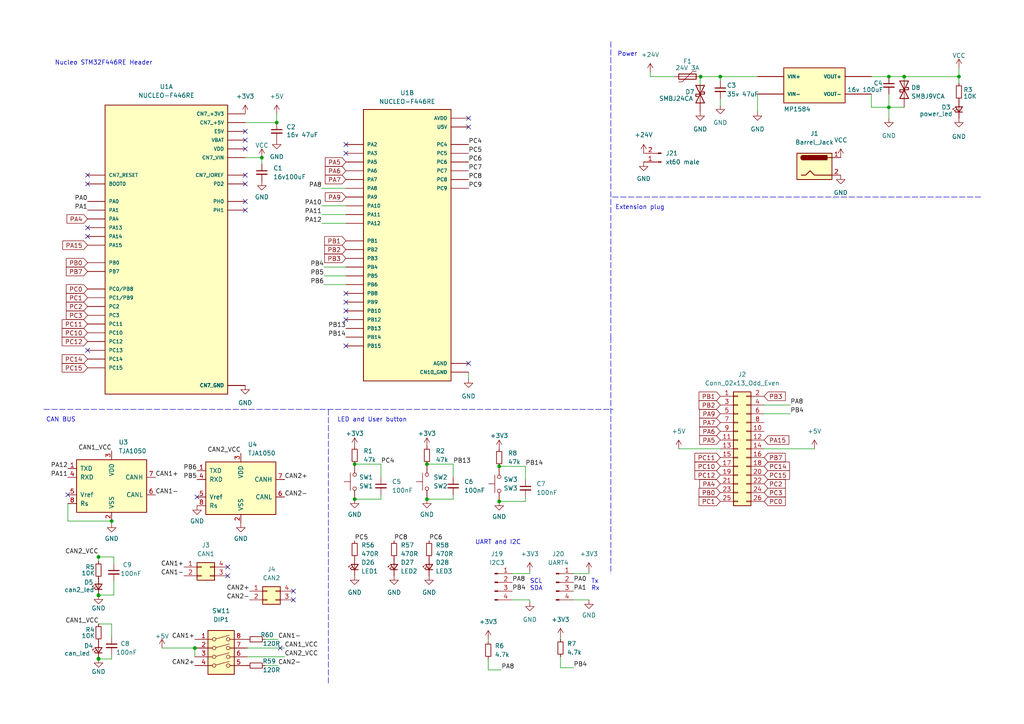
<source format=kicad_sch>
(kicad_sch (version 20211123) (generator eeschema)
  (paper "A4")
  (lib_symbols
    (symbol "Connector:Barrel_Jack" (pin_names (offset 1.016))
      (property "Reference" "J" (at 0 5.334 0))
      (property "Value" "Barrel_Jack" (at 0 -5.08 0))
      (symbol "Barrel_Jack_1_1"
        (pin passive line (at 7.62 2.54 180) (length 2.54) (name "~") (number "1"))
        (pin passive line (at 7.62 -2.54 180) (length 2.54) (name "~") (number "2"))
      )
    )
    (symbol "Connector:Conn_01x02_Male" (pin_names (offset 1.016) hide)
      (property "Reference" "J" (at 0 2.54 0))
      (property "Value" "Conn_01x02_Male" (at 0 -5.08 0))
      (symbol "Conn_01x02_Male_1_1"
        (pin passive line (at 5.08 0 180) (length 3.81) (name "Pin_1") (number "1"))
        (pin passive line (at 5.08 -2.54 180) (length 3.81) (name "Pin_2") (number "2"))
      )
    )
    (symbol "Connector:Conn_01x04_Male" (pin_names (offset 1.016) hide)
      (property "Reference" "J" (at 0 5.08 0))
      (property "Value" "Conn_01x04_Male" (at 0 -7.62 0))
      (symbol "Conn_01x04_Male_1_1"
        (pin passive line (at 5.08 2.54 180) (length 3.81) (name "Pin_1") (number "1"))
        (pin passive line (at 5.08 0 180) (length 3.81) (name "Pin_2") (number "2"))
        (pin passive line (at 5.08 -2.54 180) (length 3.81) (name "Pin_3") (number "3"))
        (pin passive line (at 5.08 -5.08 180) (length 3.81) (name "Pin_4") (number "4"))
      )
    )
    (symbol "Connector_Generic:Conn_02x02_Counter_Clockwise" (pin_names (offset 1.016) hide)
      (property "Reference" "J" (at 1.27 2.54 0))
      (property "Value" "Conn_02x02_Counter_Clockwise" (at 1.27 -5.08 0))
      (symbol "Conn_02x02_Counter_Clockwise_1_1"
        (pin passive line (at -5.08 0 0) (length 3.81) (name "Pin_1") (number "1"))
        (pin passive line (at -5.08 -2.54 0) (length 3.81) (name "Pin_2") (number "2"))
        (pin passive line (at 7.62 -2.54 180) (length 3.81) (name "Pin_3") (number "3"))
        (pin passive line (at 7.62 0 180) (length 3.81) (name "Pin_4") (number "4"))
      )
    )
    (symbol "Connector_Generic:Conn_02x13_Odd_Even" (pin_names (offset 1.016) hide)
      (property "Reference" "J" (at 1.27 17.78 0))
      (property "Value" "Conn_02x13_Odd_Even" (at 1.27 -17.78 0))
      (symbol "Conn_02x13_Odd_Even_1_1"
        (pin passive line (at -5.08 15.24 0) (length 3.81) (name "Pin_1") (number "1"))
        (pin passive line (at 7.62 5.08 180) (length 3.81) (name "Pin_10") (number "10"))
        (pin passive line (at -5.08 2.54 0) (length 3.81) (name "Pin_11") (number "11"))
        (pin passive line (at 7.62 2.54 180) (length 3.81) (name "Pin_12") (number "12"))
        (pin passive line (at -5.08 0 0) (length 3.81) (name "Pin_13") (number "13"))
        (pin passive line (at 7.62 0 180) (length 3.81) (name "Pin_14") (number "14"))
        (pin passive line (at -5.08 -2.54 0) (length 3.81) (name "Pin_15") (number "15"))
        (pin passive line (at 7.62 -2.54 180) (length 3.81) (name "Pin_16") (number "16"))
        (pin passive line (at -5.08 -5.08 0) (length 3.81) (name "Pin_17") (number "17"))
        (pin passive line (at 7.62 -5.08 180) (length 3.81) (name "Pin_18") (number "18"))
        (pin passive line (at -5.08 -7.62 0) (length 3.81) (name "Pin_19") (number "19"))
        (pin passive line (at 7.62 15.24 180) (length 3.81) (name "Pin_2") (number "2"))
        (pin passive line (at 7.62 -7.62 180) (length 3.81) (name "Pin_20") (number "20"))
        (pin passive line (at -5.08 -10.16 0) (length 3.81) (name "Pin_21") (number "21"))
        (pin passive line (at 7.62 -10.16 180) (length 3.81) (name "Pin_22") (number "22"))
        (pin passive line (at -5.08 -12.7 0) (length 3.81) (name "Pin_23") (number "23"))
        (pin passive line (at 7.62 -12.7 180) (length 3.81) (name "Pin_24") (number "24"))
        (pin passive line (at -5.08 -15.24 0) (length 3.81) (name "Pin_25") (number "25"))
        (pin passive line (at 7.62 -15.24 180) (length 3.81) (name "Pin_26") (number "26"))
        (pin passive line (at -5.08 12.7 0) (length 3.81) (name "Pin_3") (number "3"))
        (pin passive line (at 7.62 12.7 180) (length 3.81) (name "Pin_4") (number "4"))
        (pin passive line (at -5.08 10.16 0) (length 3.81) (name "Pin_5") (number "5"))
        (pin passive line (at 7.62 10.16 180) (length 3.81) (name "Pin_6") (number "6"))
        (pin passive line (at -5.08 7.62 0) (length 3.81) (name "Pin_7") (number "7"))
        (pin passive line (at 7.62 7.62 180) (length 3.81) (name "Pin_8") (number "8"))
        (pin passive line (at -5.08 5.08 0) (length 3.81) (name "Pin_9") (number "9"))
      )
    )
    (symbol "D_Schottky_1" (pin_numbers hide) (pin_names (offset 1.016) hide)
      (property "Reference" "D?" (at 2.54 1.5876 90))
      (property "Value" "SMBJ9VCA" (at 2.54 -0.9524 90))
      (symbol "D_Schottky_1_1_1"
        (pin passive line (at -3.81 0 0) (length 2.54) (name "K") (number "1"))
        (pin passive line (at 3.81 0 180) (length 2.54) (name "A") (number "2"))
      )
    )
    (symbol "D_Schottky_2" (pin_numbers hide) (pin_names (offset 1.016) hide)
      (property "Reference" "D7" (at 2.794 1.5876 90))
      (property "Value" "D_Schottky_2" (at 2.794 -0.9524 90))
      (symbol "D_Schottky_2_1_1"
        (pin passive line (at -3.81 0 0) (length 2.54) (name "K") (number "1"))
        (pin passive line (at 3.81 0 180) (length 2.54) (name "A") (number "2"))
      )
    )
    (symbol "Device:C_Small" (pin_numbers hide) (pin_names (offset 0.254) hide)
      (property "Reference" "C" (at 0.254 1.778 0))
      (property "Value" "C_Small" (at 0.254 -2.032 0))
      (symbol "C_Small_1_1"
        (pin passive line (at 0 2.54 270) (length 2.032) (name "~") (number "1"))
        (pin passive line (at 0 -2.54 90) (length 2.032) (name "~") (number "2"))
      )
    )
    (symbol "Device:LED_Small" (pin_numbers hide) (pin_names (offset 0.254) hide)
      (property "Reference" "D" (at -1.27 3.175 0))
      (property "Value" "LED_Small" (at -4.445 -2.54 0))
      (symbol "LED_Small_1_1"
        (pin passive line (at -2.54 0 0) (length 1.778) (name "K") (number "1"))
        (pin passive line (at 2.54 0 180) (length 1.778) (name "A") (number "2"))
      )
    )
    (symbol "Device:Polyfuse" (pin_numbers hide) (pin_names (offset 0))
      (property "Reference" "F" (at -2.54 0 90))
      (property "Value" "Polyfuse" (at 2.54 0 90))
      (symbol "Polyfuse_1_1"
        (pin passive line (at 0 3.81 270) (length 1.27) (name "~") (number "1"))
        (pin passive line (at 0 -3.81 90) (length 1.27) (name "~") (number "2"))
      )
    )
    (symbol "Device:R_Small" (pin_numbers hide) (pin_names (offset 0.254) hide)
      (property "Reference" "R" (at 0.762 0.508 0))
      (property "Value" "R_Small" (at 0.762 -1.016 0))
      (symbol "R_Small_1_1"
        (pin passive line (at 0 2.54 270) (length 0.762) (name "~") (number "1"))
        (pin passive line (at 0 -2.54 90) (length 0.762) (name "~") (number "2"))
      )
    )
    (symbol "Interface_CAN_LIN:MCP2551-I-SN" (pin_names (offset 1.016))
      (property "Reference" "U" (at -10.16 8.89 0))
      (property "Value" "MCP2551-I-SN" (at 2.54 8.89 0))
      (symbol "MCP2551-I-SN_1_1"
        (pin input line (at -12.7 5.08 0) (length 2.54) (name "TXD") (number "1"))
        (pin power_in line (at 0 -10.16 90) (length 2.54) (name "VSS") (number "2"))
        (pin power_in line (at 0 10.16 270) (length 2.54) (name "VDD") (number "3"))
        (pin output line (at -12.7 2.54 0) (length 2.54) (name "RXD") (number "4"))
        (pin power_out line (at -12.7 -2.54 0) (length 2.54) (name "Vref") (number "5"))
        (pin bidirectional line (at 12.7 -2.54 180) (length 2.54) (name "CANL") (number "6"))
        (pin bidirectional line (at 12.7 2.54 180) (length 2.54) (name "CANH") (number "7"))
        (pin input line (at -12.7 -5.08 0) (length 2.54) (name "Rs") (number "8"))
      )
    )
    (symbol "PolyuRobotics:MP1584" (pin_numbers hide) (pin_names (offset 1.016))
      (symbol "MP1584_0_0"
        (pin input line (at -15.24 2.54 0) (length 7.62) (name "VIN+") (number "IN1+"))
        (pin input line (at -15.24 -2.54 0) (length 7.62) (name "VIN-") (number "IN1-"))
        (pin input line (at -15.24 2.54 0) (length 7.62) (name "VIN+") (number "IN2+"))
        (pin input line (at -15.24 -2.54 0) (length 7.62) (name "VIN-") (number "IN2-"))
        (pin output line (at 17.78 2.54 180) (length 7.62) (name "VOUT+") (number "OUT1+"))
        (pin output line (at 17.78 -2.54 180) (length 7.62) (name "VOUT-") (number "OUT1-"))
        (pin output line (at 17.78 2.54 180) (length 7.62) (name "VOUT+") (number "OUT2+"))
        (pin output line (at 17.78 -2.54 180) (length 7.62) (name "VOUT-") (number "OUT2-"))
      )
    )
    (symbol "PolyuRobotics:NUCLEO-F446RE" (pin_numbers hide) (pin_names (offset 1.016))
      (property "Reference" "U" (at -17.78 41.91 0))
      (property "Value" "NUCLEO-F446RE" (at -17.78 -44.45 0))
      (symbol "NUCLEO-F446RE_1_0"
        (pin bidirectional line (at -22.86 -25.4 0) (length 5.08) (name "PC10") (number "CN7_1"))
        (pin bidirectional line (at 22.86 20.32 180) (length 5.08) (name "CN7_IOREF") (number "CN7_12"))
        (pin bidirectional line (at -22.86 5.08 0) (length 5.08) (name "PA13") (number "CN7_13"))
        (pin bidirectional line (at -22.86 20.32 0) (length 5.08) (name "CN7_RESET") (number "CN7_14"))
        (pin bidirectional line (at -22.86 2.54 0) (length 5.08) (name "PA14") (number "CN7_15"))
        (pin power_in line (at 22.86 38.1 180) (length 5.08) (name "CN7_+3V3") (number "CN7_16"))
        (pin bidirectional line (at -22.86 0 0) (length 5.08) (name "PA15") (number "CN7_17"))
        (pin power_in line (at 22.86 35.56 180) (length 5.08) (name "CN7_+5V") (number "CN7_18"))
        (pin power_in line (at 22.86 -40.64 180) (length 5.08) (name "CN7_GND") (number "CN7_19"))
        (pin bidirectional line (at -22.86 -22.86 0) (length 5.08) (name "PC11") (number "CN7_2"))
        (pin power_in line (at 22.86 -40.64 180) (length 5.08) (name "CN7_GND") (number "CN7_20"))
        (pin bidirectional line (at -22.86 -7.62 0) (length 5.08) (name "PB7") (number "CN7_21"))
        (pin power_in line (at 22.86 -40.64 180) (length 5.08) (name "CN7_GND") (number "CN7_22"))
        (pin bidirectional line (at -22.86 -30.48 0) (length 5.08) (name "PC13") (number "CN7_23"))
        (pin power_in line (at 22.86 25.4 180) (length 5.08) (name "CN7_VIN") (number "CN7_24"))
        (pin bidirectional line (at -22.86 -33.02 0) (length 5.08) (name "PC14") (number "CN7_25"))
        (pin bidirectional line (at -22.86 -35.56 0) (length 5.08) (name "PC15") (number "CN7_27"))
        (pin bidirectional line (at -22.86 12.7 0) (length 5.08) (name "PA0") (number "CN7_28"))
        (pin bidirectional line (at 22.86 12.7 180) (length 5.08) (name "PH0") (number "CN7_29"))
        (pin bidirectional line (at -22.86 -27.94 0) (length 5.08) (name "PC12") (number "CN7_3"))
        (pin bidirectional line (at -22.86 10.16 0) (length 5.08) (name "PA1") (number "CN7_30"))
        (pin bidirectional line (at 22.86 10.16 180) (length 5.08) (name "PH1") (number "CN7_31"))
        (pin bidirectional line (at -22.86 7.62 0) (length 5.08) (name "PA4") (number "CN7_32"))
        (pin power_in line (at 22.86 30.48 180) (length 5.08) (name "VBAT") (number "CN7_33"))
        (pin bidirectional line (at -22.86 -5.08 0) (length 5.08) (name "PB0") (number "CN7_34"))
        (pin bidirectional line (at -22.86 -17.78 0) (length 5.08) (name "PC2") (number "CN7_35"))
        (pin bidirectional line (at -22.86 -15.24 0) (length 5.08) (name "PC1/PB9") (number "CN7_36"))
        (pin bidirectional line (at -22.86 -20.32 0) (length 5.08) (name "PC3") (number "CN7_37"))
        (pin bidirectional line (at -22.86 -12.7 0) (length 5.08) (name "PC0/PB8") (number "CN7_38"))
        (pin bidirectional line (at 22.86 17.78 180) (length 5.08) (name "PD2") (number "CN7_4"))
        (pin power_in line (at 22.86 27.94 180) (length 5.08) (name "VDD") (number "CN7_5"))
        (pin power_in line (at 22.86 33.02 180) (length 5.08) (name "E5V") (number "CN7_6"))
        (pin bidirectional line (at -22.86 17.78 0) (length 5.08) (name "BOOT0") (number "CN7_7"))
        (pin power_in line (at 22.86 -40.64 180) (length 5.08) (name "CN7_GND") (number "CN7_8"))
      )
      (symbol "NUCLEO-F446RE_2_0"
        (pin bidirectional line (at 17.78 15.24 180) (length 5.08) (name "PC9") (number "CN10_1"))
        (pin bidirectional line (at -17.78 22.86 0) (length 5.08) (name "PA5") (number "CN10_11"))
        (pin bidirectional line (at -17.78 5.08 0) (length 5.08) (name "PA12") (number "CN10_12"))
        (pin bidirectional line (at -17.78 20.32 0) (length 5.08) (name "PA6") (number "CN10_13"))
        (pin bidirectional line (at -17.78 7.62 0) (length 5.08) (name "PA11") (number "CN10_14"))
        (pin bidirectional line (at -17.78 17.78 0) (length 5.08) (name "PA7") (number "CN10_15"))
        (pin bidirectional line (at -17.78 -22.86 0) (length 5.08) (name "PB12") (number "CN10_16"))
        (pin bidirectional line (at -17.78 -12.7 0) (length 5.08) (name "PB6") (number "CN10_17"))
        (pin bidirectional line (at 17.78 20.32 180) (length 5.08) (name "PC7") (number "CN10_19"))
        (pin bidirectional line (at 17.78 17.78 180) (length 5.08) (name "PC8") (number "CN10_2"))
        (pin power_in line (at 17.78 -38.1 180) (length 5.08) (name "CN10_GND") (number "CN10_20"))
        (pin bidirectional line (at -17.78 12.7 0) (length 5.08) (name "PA9") (number "CN10_21"))
        (pin bidirectional line (at -17.78 -2.54 0) (length 5.08) (name "PB2") (number "CN10_22"))
        (pin bidirectional line (at -17.78 15.24 0) (length 5.08) (name "PA8") (number "CN10_23"))
        (pin bidirectional line (at -17.78 0 0) (length 5.08) (name "PB1") (number "CN10_24"))
        (pin bidirectional line (at -17.78 -20.32 0) (length 5.08) (name "PB10") (number "CN10_25"))
        (pin bidirectional line (at -17.78 -30.48 0) (length 5.08) (name "PB15") (number "CN10_26"))
        (pin bidirectional line (at -17.78 -7.62 0) (length 5.08) (name "PB4") (number "CN10_27"))
        (pin bidirectional line (at -17.78 -27.94 0) (length 5.08) (name "PB14") (number "CN10_28"))
        (pin bidirectional line (at -17.78 -10.16 0) (length 5.08) (name "PB5") (number "CN10_29"))
        (pin bidirectional line (at -17.78 -15.24 0) (length 5.08) (name "PB8") (number "CN10_3"))
        (pin bidirectional line (at -17.78 -25.4 0) (length 5.08) (name "PB13") (number "CN10_30"))
        (pin bidirectional line (at -17.78 -5.08 0) (length 5.08) (name "PB3") (number "CN10_31"))
        (pin power_in line (at 17.78 -35.56 180) (length 5.08) (name "AGND") (number "CN10_32"))
        (pin bidirectional line (at -17.78 10.16 0) (length 5.08) (name "PA10") (number "CN10_33"))
        (pin bidirectional line (at 17.78 27.94 180) (length 5.08) (name "PC4") (number "CN10_34"))
        (pin bidirectional line (at -17.78 27.94 0) (length 5.08) (name "PA2") (number "CN10_35"))
        (pin bidirectional line (at -17.78 25.4 0) (length 5.08) (name "PA3") (number "CN10_37"))
        (pin bidirectional line (at 17.78 22.86 180) (length 5.08) (name "PC6") (number "CN10_4"))
        (pin bidirectional line (at -17.78 -17.78 0) (length 5.08) (name "PB9") (number "CN10_5"))
        (pin bidirectional line (at 17.78 25.4 180) (length 5.08) (name "PC5") (number "CN10_6"))
        (pin power_in line (at 17.78 35.56 180) (length 5.08) (name "AVDD") (number "CN10_7"))
        (pin power_in line (at 17.78 33.02 180) (length 5.08) (name "U5V") (number "CN10_8"))
        (pin power_in line (at 17.78 -38.1 180) (length 5.08) (name "CN10_GND") (number "CN10_9"))
      )
    )
    (symbol "Switch:SW_DIP_x04" (pin_names (offset 0) hide)
      (property "Reference" "SW" (at 0 8.89 0))
      (property "Value" "SW_DIP_x04" (at 0 -6.35 0))
      (symbol "SW_DIP_x04_1_1"
        (pin passive line (at -7.62 5.08 0) (length 5.08) (name "~") (number "1"))
        (pin passive line (at -7.62 2.54 0) (length 5.08) (name "~") (number "2"))
        (pin passive line (at -7.62 0 0) (length 5.08) (name "~") (number "3"))
        (pin passive line (at -7.62 -2.54 0) (length 5.08) (name "~") (number "4"))
        (pin passive line (at 7.62 -2.54 180) (length 5.08) (name "~") (number "5"))
        (pin passive line (at 7.62 0 180) (length 5.08) (name "~") (number "6"))
        (pin passive line (at 7.62 2.54 180) (length 5.08) (name "~") (number "7"))
        (pin passive line (at 7.62 5.08 180) (length 5.08) (name "~") (number "8"))
      )
    )
    (symbol "Switch:SW_Push" (pin_numbers hide) (pin_names (offset 1.016) hide)
      (property "Reference" "SW" (at 1.27 2.54 0))
      (property "Value" "SW_Push" (at 0 -1.524 0))
      (symbol "SW_Push_0_1"
        (pin passive line (at -5.08 0 0) (length 2.54) (name "1") (number "1"))
        (pin passive line (at 5.08 0 180) (length 2.54) (name "2") (number "2"))
      )
    )
    (symbol "power:+24V" (power) (pin_names (offset 0))
      (property "Value" "+24V" (at 0 3.556 0))
      (symbol "+24V_1_1"
        (pin power_in line (at 0 0 90) (length 0) hide (name "+24V") (number "1"))
      )
    )
    (symbol "power:+3.3V" (power) (pin_names (offset 0))
      (property "Value" "+3.3V" (at 0 3.556 0))
      (symbol "+3.3V_1_1"
        (pin power_in line (at 0 0 90) (length 0) hide (name "+3V3") (number "1"))
      )
    )
    (symbol "power:+5V" (power) (pin_names (offset 0))
      (property "Value" "+5V" (at 0 3.556 0))
      (symbol "+5V_1_1"
        (pin power_in line (at 0 0 90) (length 0) hide (name "+5V") (number "1"))
      )
    )
    (symbol "power:GND" (power) (pin_names (offset 0))
      (property "Value" "GND" (at 0 -3.81 0))
      (symbol "GND_1_1"
        (pin power_in line (at 0 0 270) (length 0) hide (name "GND") (number "1"))
      )
    )
    (symbol "power:VCC" (power) (pin_names (offset 0))
      (property "Value" "VCC" (at 0 3.81 0))
      (symbol "VCC_1_1"
        (pin power_in line (at 0 0 90) (length 0) hide (name "VCC") (number "1"))
      )
    )
  )
  (junction (at 28.575 172.72))
  (junction (at 75.946 45.72))
  (junction (at 123.825 134.62))
  (junction (at 32.385 151.13))
  (junction (at 203.2 22.225))
  (junction (at 80.264 35.56))
  (junction (at 28.575 191.008))
  (junction (at 262.255 22.225))
  (junction (at 208.915 22.225))
  (junction (at 123.825 144.78))
  (junction (at 28.575 172.593))
  (junction (at 278.13 22.225))
  (junction (at 257.81 31.115))
  (junction (at 257.81 22.225))
  (junction (at 144.78 135.255))
  (junction (at 144.78 145.415))
  (junction (at 102.87 134.62))
  (junction (at 28.575 161.544))
  (junction (at 28.575 191.135))
  (junction (at 56.515 187.96))
  (junction (at 102.87 144.78))
  (no_connect (at 19.685 143.51))
  (no_connect (at 135.89 34.29))
  (no_connect (at 135.89 36.83))
  (no_connect (at 71.12 38.1))
  (no_connect (at 57.15 144.145))
  (no_connect (at 25.4 101.6))
  (no_connect (at 135.89 105.41))
  (no_connect (at 311.785 24.765))
  (no_connect (at 71.12 58.42))
  (no_connect (at 71.12 60.96))
  (no_connect (at 71.12 50.8))
  (no_connect (at 25.4 50.8))
  (no_connect (at 25.4 53.34))
  (no_connect (at 25.4 68.58))
  (no_connect (at 25.4 66.04))
  (no_connect (at 71.12 43.18))
  (no_connect (at 100.33 100.33))
  (no_connect (at 100.33 85.09))
  (no_connect (at 100.33 87.63))
  (no_connect (at 100.33 90.17))
  (no_connect (at 100.33 92.71))
  (no_connect (at 85.09 171.45))
  (no_connect (at 66.04 164.465))
  (no_connect (at 66.04 167.005))
  (no_connect (at 71.12 40.64))
  (no_connect (at 71.12 53.34))
  (no_connect (at 100.33 41.91))
  (no_connect (at 100.33 44.45))
  (no_connect (at 85.09 173.99))
  (no_connect (at 81.28 187.96))
  (wire (pts (xy 93.345 64.77) (xy 100.33 64.77)))
  (wire (pts (xy 80.645 193.04) (xy 76.835 193.04)))
  (wire (pts (xy 144.78 135.255) (xy 152.4 135.255)))
  (wire (pts (xy 28.575 180.975) (xy 32.385 180.975)))
  (wire (pts (xy 28.575 160.909) (xy 28.575 161.544)))
  (wire (pts (xy 152.4 139.065) (xy 152.4 135.255)))
  (wire (pts (xy 110.49 138.43) (xy 110.49 134.62)))
  (wire (pts (xy 148.59 166.37) (xy 153.67 166.37)))
  (wire (pts (xy 32.385 180.975) (xy 32.385 184.785)))
  (wire (pts (xy 32.385 151.765) (xy 32.385 151.13)))
  (wire (pts (xy 93.98 77.47) (xy 100.33 77.47)))
  (wire (pts (xy 252.73 31.115) (xy 257.81 31.115)))
  (wire (pts (xy 153.67 166.37) (xy 153.67 165.735)))
  (wire (pts (xy 93.98 80.01) (xy 100.33 80.01)))
  (wire (pts (xy 80.645 185.42) (xy 76.835 185.42)))
  (wire (pts (xy 262.255 23.495) (xy 262.255 22.225)))
  (wire (pts (xy 257.81 31.115) (xy 257.81 27.305)))
  (wire (pts (xy 141.605 194.31) (xy 141.605 191.135)))
  (wire (pts (xy 162.56 193.675) (xy 162.56 190.5)))
  (wire (pts (xy 28.575 167.894) (xy 28.575 167.64)))
  (wire (pts (xy 141.605 186.055) (xy 141.605 185.42)))
  (wire (pts (xy 145.415 194.31) (xy 141.605 194.31)))
  (wire (pts (xy 19.685 146.05) (xy 19.685 151.13)))
  (wire (pts (xy 33.02 172.593) (xy 28.575 172.593)))
  (wire (pts (xy 221.615 130.175) (xy 236.22 130.175)))
  (wire (pts (xy 102.87 134.62) (xy 110.49 134.62)))
  (polyline (pts (xy 284.48 57.15) (xy 177.165 57.15)))
  (wire (pts (xy 32.385 189.865) (xy 32.385 191.135)))
  (polyline (pts (xy 95.25 118.745) (xy 95.25 198.12)))
  (wire (pts (xy 110.49 144.78) (xy 102.87 144.78)))
  (wire (pts (xy 71.12 45.72) (xy 75.946 45.72)))
  (wire (pts (xy 82.55 190.5) (xy 71.755 190.5)))
  (wire (pts (xy 203.2 22.225) (xy 208.915 22.225)))
  (wire (pts (xy 131.445 144.78) (xy 123.825 144.78)))
  (wire (pts (xy 56.515 190.5) (xy 56.515 187.96)))
  (wire (pts (xy 252.73 27.305) (xy 252.73 31.115)))
  (wire (pts (xy 166.37 193.675) (xy 162.56 193.675)))
  (wire (pts (xy 75.946 47.498) (xy 75.946 45.72)))
  (wire (pts (xy 19.685 151.13) (xy 32.385 151.13)))
  (wire (pts (xy 28.575 172.72) (xy 28.575 172.593)))
  (wire (pts (xy 257.81 31.115) (xy 257.81 34.29)))
  (wire (pts (xy 278.13 24.13) (xy 278.13 22.225)))
  (wire (pts (xy 110.49 143.51) (xy 110.49 144.78)))
  (polyline (pts (xy 177.165 12.065) (xy 177.165 97.79)))
  (wire (pts (xy 203.073 22.225) (xy 203.2 22.225)))
  (wire (pts (xy 131.445 138.43) (xy 131.445 134.62)))
  (wire (pts (xy 93.345 59.69) (xy 100.33 59.69)))
  (polyline (pts (xy 12.7 118.745) (xy 177.8 118.745)))
  (wire (pts (xy 93.345 62.23) (xy 100.33 62.23)))
  (wire (pts (xy 196.85 130.175) (xy 208.915 130.175)))
  (wire (pts (xy 33.02 168.529) (xy 33.02 172.593)))
  (wire (pts (xy 28.575 191.135) (xy 32.385 191.135)))
  (wire (pts (xy 46.99 187.96) (xy 56.515 187.96)))
  (wire (pts (xy 82.55 187.96) (xy 71.755 187.96)))
  (wire (pts (xy 123.825 134.62) (xy 131.445 134.62)))
  (wire (pts (xy 148.59 173.99) (xy 153.67 173.99)))
  (wire (pts (xy 219.71 32.385) (xy 219.71 27.305)))
  (wire (pts (xy 93.345 54.61) (xy 100.33 54.61)))
  (wire (pts (xy 221.615 117.475) (xy 229.235 117.475)))
  (polyline (pts (xy 177.165 97.79) (xy 177.165 166.37)))
  (wire (pts (xy 170.815 165.735) (xy 170.815 166.37)))
  (wire (pts (xy 153.67 174.625) (xy 153.67 173.99)))
  (wire (pts (xy 135.89 107.95) (xy 135.89 109.855)))
  (wire (pts (xy 152.4 144.145) (xy 152.4 145.415)))
  (wire (pts (xy 221.615 120.015) (xy 229.235 120.015)))
  (wire (pts (xy 166.37 173.99) (xy 170.815 173.99)))
  (wire (pts (xy 170.815 166.37) (xy 166.37 166.37)))
  (wire (pts (xy 203.073 24.765) (xy 203.073 22.225)))
  (wire (pts (xy 188.595 20.955) (xy 188.595 22.225)))
  (wire (pts (xy 93.98 82.55) (xy 100.33 82.55)))
  (wire (pts (xy 152.4 145.415) (xy 144.78 145.415)))
  (wire (pts (xy 262.255 22.225) (xy 278.13 22.225)))
  (wire (pts (xy 252.73 22.225) (xy 257.81 22.225)))
  (wire (pts (xy 208.915 23.495) (xy 208.915 22.225)))
  (wire (pts (xy 278.13 19.685) (xy 278.13 22.225)))
  (wire (pts (xy 80.264 35.56) (xy 71.12 35.56)))
  (wire (pts (xy 208.915 22.225) (xy 219.71 22.225)))
  (wire (pts (xy 80.264 33.02) (xy 80.264 35.56)))
  (wire (pts (xy 162.56 185.42) (xy 162.56 184.785)))
  (wire (pts (xy 131.445 143.51) (xy 131.445 144.78)))
  (wire (pts (xy 33.02 161.544) (xy 28.575 161.544)))
  (wire (pts (xy 262.255 22.225) (xy 257.81 22.225)))
  (wire (pts (xy 28.575 161.544) (xy 28.575 162.814)))
  (wire (pts (xy 208.915 28.575) (xy 208.915 30.48)))
  (wire (pts (xy 257.81 31.115) (xy 262.255 31.115)))
  (wire (pts (xy 188.595 22.225) (xy 195.58 22.225)))
  (wire (pts (xy 28.575 191.135) (xy 28.575 191.008)))
  (wire (pts (xy 33.02 163.449) (xy 33.02 161.544)))
  (text "LED and User button" (at 97.79 122.555 0) (effects (font (size 1.27 1.27)) (justify left bottom)))
  (text "Tx\nRx" (at 171.45 171.45 0) (effects (font (size 1.27 1.27)) (justify left bottom)))
  (text "UART and I2C " (at 137.795 158.115 0) (effects (font (size 1.27 1.27)) (justify left bottom)))
  (text "Nucleo STM32F446RE Header" (at 15.875 19.05 0) (effects (font (size 1.27 1.27)) (justify left bottom)))
  (text "Extension plug" (at 178.435 60.96 0) (effects (font (size 1.27 1.27)) (justify left bottom)))
  (text "CAN BUS\n" (at 13.335 122.555 0) (effects (font (size 1.27 1.27)) (justify left bottom)))
  (text "Power\n" (at 179.07 16.51 0) (effects (font (size 1.27 1.27)) (justify left bottom)))
  (text "SCL\nSDA" (at 153.67 171.45 0) (effects (font (size 1.27 1.27)) (justify left bottom)))
  (label "PB4" (at 148.59 171.45 0))
  (label "PA1" (at 25.4 60.96 180))
  (label "CAN2_VCC" (at 69.85 131.445 180))
  (label "PC6" (at 135.89 46.99 0))
  (label "PC4" (at 135.89 41.91 0))
  (label "PB6" (at 57.15 136.525 180))
  (label "CAN1+" (at 56.515 185.42 180))
  (label "PA8" (at 148.59 168.91 0))
  (label "PA11" (at 19.685 138.43 180))
  (label "PC9" (at 135.89 54.61 0))
  (label "PB14" (at 152.4 135.255 0))
  (label "PC5" (at 135.89 44.45 0))
  (label "PB13" (at 100.33 95.25 180))
  (label "PB14" (at 100.33 97.79 180))
  (label "PA12" (at 19.685 135.89 180))
  (label "CAN2_VCC" (at 82.55 190.5 0))
  (label "PC7" (at 135.89 49.53 0))
  (label "PA12" (at 93.345 64.77 180))
  (label "CAN1_VCC" (at 28.6368 180.975 180))
  (label "CAN1-" (at 80.645 185.42 0))
  (label "PB5" (at 93.98 80.01 180))
  (label "CAN2+" (at 82.55 139.065 0))
  (label "CAN1_VCC" (at 32.385 130.81 180))
  (label "CAN2+" (at 56.515 193.04 180))
  (label "PB4" (at 229.235 120.015 0))
  (label "PA10" (at 93.345 59.69 180))
  (label "CAN2-" (at 72.39 173.99 180))
  (label "PC4" (at 110.49 134.62 0))
  (label "PC8" (at 135.89 52.07 0))
  (label "PA0" (at 166.37 168.91 0))
  (label "PC8" (at 114.3 156.845 0))
  (label "PA1" (at 166.37 171.45 0))
  (label "CAN2-" (at 80.645 193.04 0))
  (label "CAN2_VCC" (at 28.575 160.909 180))
  (label "PB4" (at 93.98 77.47 180))
  (label "CAN1_VCC" (at 82.55 187.96 0))
  (label "PB5" (at 57.15 139.065 180))
  (label "CAN2-" (at 82.55 144.145 0))
  (label "PB4" (at 166.37 193.675 0))
  (label "CAN1+" (at 53.34 164.465 180))
  (label "PA11" (at 93.345 62.23 180))
  (label "PA8" (at 229.235 117.475 0))
  (label "CAN1+" (at 45.085 138.43 0))
  (label "PA8" (at 93.345 54.61 180))
  (label "PA8" (at 145.415 194.31 0))
  (label "PB6" (at 93.98 82.55 180))
  (label "PC6" (at 124.46 156.845 0))
  (label "CAN1-" (at 53.34 167.005 180))
  (label "CAN1-" (at 45.085 143.51 0))
  (label "CAN2+" (at 72.39 171.45 180))
  (label "PA0" (at 25.4 58.42 180))
  (label "PC5" (at 102.87 156.845 0))
  (label "PB13" (at 131.445 134.62 0))
  (global_label "PC2" (shape input) (at 25.4 88.9 180) (property "Intersheet References" "${INTERSHEET_REFS}" (effects hide)))
  (global_label "PC14" (shape input) (at 25.4 104.14 180) (property "Intersheet References" "${INTERSHEET_REFS}" (effects hide)))
  (global_label "PC11" (shape input) (at 208.915 132.715 180) (property "Intersheet References" "${INTERSHEET_REFS}" (effects hide)))
  (global_label "PC15" (shape input) (at 221.615 137.795 0) (property "Intersheet References" "${INTERSHEET_REFS}" (effects hide)))
  (global_label "PC14" (shape input) (at 221.615 135.255 0) (property "Intersheet References" "${INTERSHEET_REFS}" (effects hide)))
  (global_label "PC3" (shape input) (at 25.4 91.44 180) (property "Intersheet References" "${INTERSHEET_REFS}" (effects hide)))
  (global_label "PA9" (shape input) (at 208.915 120.015 180) (property "Intersheet References" "${INTERSHEET_REFS}" (effects hide)))
  (global_label "PA4" (shape input) (at 25.4 63.5 180) (property "Intersheet References" "${INTERSHEET_REFS}" (effects hide)))
  (global_label "PC10" (shape input) (at 208.915 135.255 180) (property "Intersheet References" "${INTERSHEET_REFS}" (effects hide)))
  (global_label "PC2" (shape input) (at 221.615 140.335 0) (property "Intersheet References" "${INTERSHEET_REFS}" (effects hide)))
  (global_label "PC1" (shape input) (at 25.4 86.36 180) (property "Intersheet References" "${INTERSHEET_REFS}" (effects hide)))
  (global_label "PA5" (shape input) (at 208.915 127.635 180) (property "Intersheet References" "${INTERSHEET_REFS}" (effects hide)))
  (global_label "PC0" (shape input) (at 221.615 145.415 0) (property "Intersheet References" "${INTERSHEET_REFS}" (effects hide)))
  (global_label "PA15" (shape input) (at 221.615 127.635 0) (property "Intersheet References" "${INTERSHEET_REFS}" (effects hide)))
  (global_label "PC0" (shape input) (at 25.4 83.82 180) (property "Intersheet References" "${INTERSHEET_REFS}" (effects hide)))
  (global_label "PB1" (shape input) (at 100.33 69.85 180) (property "Intersheet References" "${INTERSHEET_REFS}" (effects hide)))
  (global_label "PB1" (shape input) (at 208.915 114.935 180) (property "Intersheet References" "${INTERSHEET_REFS}" (effects hide)))
  (global_label "PB0" (shape input) (at 25.4 76.2 180) (property "Intersheet References" "${INTERSHEET_REFS}" (effects hide)))
  (global_label "PA6" (shape input) (at 100.33 49.53 180) (property "Intersheet References" "${INTERSHEET_REFS}" (effects hide)))
  (global_label "PA7" (shape input) (at 208.915 122.555 180) (property "Intersheet References" "${INTERSHEET_REFS}" (effects hide)))
  (global_label "PC12" (shape input) (at 208.915 137.795 180) (property "Intersheet References" "${INTERSHEET_REFS}" (effects hide)))
  (global_label "PB2" (shape input) (at 208.915 117.475 180) (property "Intersheet References" "${INTERSHEET_REFS}" (effects hide)))
  (global_label "PC11" (shape input) (at 25.4 93.98 180) (property "Intersheet References" "${INTERSHEET_REFS}" (effects hide)))
  (global_label "PC1" (shape input) (at 208.915 145.415 180) (property "Intersheet References" "${INTERSHEET_REFS}" (effects hide)))
  (global_label "PC12" (shape input) (at 25.4 99.06 180) (property "Intersheet References" "${INTERSHEET_REFS}" (effects hide)))
  (global_label "PB2" (shape input) (at 100.33 72.39 180) (property "Intersheet References" "${INTERSHEET_REFS}" (effects hide)))
  (global_label "PB3" (shape input) (at 100.33 74.93 180) (property "Intersheet References" "${INTERSHEET_REFS}" (effects hide)))
  (global_label "PA4" (shape input) (at 208.915 140.335 180) (property "Intersheet References" "${INTERSHEET_REFS}" (effects hide)))
  (global_label "PA5" (shape input) (at 100.33 46.99 180) (property "Intersheet References" "${INTERSHEET_REFS}" (effects hide)))
  (global_label "PA15" (shape input) (at 25.4 71.12 180) (property "Intersheet References" "${INTERSHEET_REFS}" (effects hide)))
  (global_label "PB3" (shape input) (at 221.615 114.935 0) (property "Intersheet References" "${INTERSHEET_REFS}" (effects hide)))
  (global_label "PB7" (shape input) (at 25.4 78.74 180) (property "Intersheet References" "${INTERSHEET_REFS}" (effects hide)))
  (global_label "PA7" (shape input) (at 100.33 52.07 180) (property "Intersheet References" "${INTERSHEET_REFS}" (effects hide)))
  (global_label "PA9" (shape input) (at 100.33 57.15 180) (property "Intersheet References" "${INTERSHEET_REFS}" (effects hide)))
  (global_label "PB0" (shape input) (at 208.915 142.875 180) (property "Intersheet References" "${INTERSHEET_REFS}" (effects hide)))
  (global_label "PC3" (shape input) (at 221.615 142.875 0) (property "Intersheet References" "${INTERSHEET_REFS}" (effects hide)))
  (global_label "PC15" (shape input) (at 25.4 106.68 180) (property "Intersheet References" "${INTERSHEET_REFS}" (effects hide)))
  (global_label "PC10" (shape input) (at 25.4 96.52 180) (property "Intersheet References" "${INTERSHEET_REFS}" (effects hide)))
  (global_label "PA6" (shape input) (at 208.915 125.095 180) (property "Intersheet References" "${INTERSHEET_REFS}" (effects hide)))
  (global_label "PB7" (shape input) (at 221.615 132.715 0) (property "Intersheet References" "${INTERSHEET_REFS}" (effects hide)))
  (symbol (lib_id "power:+3.3V") (at 144.78 130.175 0) (unit 1)
    (property "Reference" "#PWR0112" (effects hide))
    (property "Value" "+3.3V" (at 144.78 126.365 0))
  )
  (symbol (lib_id "PolyuRobotics:NUCLEO-F446RE") (at 48.26 71.12 0) (unit 1)
    (property "Reference" "U1" (at 48.26 25.146 0))
    (property "Value" "NUCLEO-F446RE" (at 48.26 27.686 0))
    (property "Footprint" "PolyuRobotics:NUCLEO-F446RE" (effects hide))
    (property "STANDARD" "Manufacturer Recommendations" (effects hide))
    (property "MANUFACTURER" "STMicroelectronics" (effects hide))
    (property "PARTREV" "13" (effects hide))
  )
  (symbol (lib_id "Connector_Generic:Conn_02x02_Counter_Clockwise") (at 77.47 171.45 0) (unit 1)
    (property "Reference" "J4" (at 78.74 165.1 0))
    (property "Value" "CAN2" (at 78.74 167.64 0))
    (property "Footprint" "Connector_Molex:Molex_Micro-Fit_3.0_43045-0400_2x02_P3.00mm_Horizontal" (effects hide))
  )
  (symbol (lib_id "Device:R_Small") (at 28.575 165.354 0) (unit 1)
    (property "Reference" "R5" (at 24.765 164.465 0) (effects (justify left)))
    (property "Value" "10K" (at 23.622 166.243 0) (effects (justify left)))
    (property "Footprint" "Resistor_SMD:R_0805_2012Metric_Pad1.20x1.40mm_HandSolder" (effects hide))
  )
  (symbol (lib_id "Connector:Conn_01x04_Male") (at 143.51 168.91 0) (unit 1)
    (property "Reference" "J19" (at 144.145 160.655 0))
    (property "Value" "I2C3" (at 144.145 163.195 0))
    (property "Footprint" "Connector_Molex:Molex_Nano-Fit_105309-xx04_1x04_P2.50mm_Vertical" (effects hide))
  )
  (symbol (lib_id "Connector:Barrel_Jack") (at 236.22 48.26 0) (unit 1)
    (property "Reference" "J1" (at 236.22 38.735 0))
    (property "Value" "Barrel_Jack" (at 236.22 41.275 0))
    (property "Footprint" "Connector_BarrelJack:BarrelJack_Horizontal" (effects hide))
  )
  (symbol (lib_id "power:GND") (at 203.073 32.385 0) (unit 1)
    (property "Reference" "#PWR0198" (effects hide))
    (property "Value" "GND" (at 203.073 37.465 0))
  )
  (symbol (lib_id "Switch:SW_Push") (at 144.78 140.335 90) (unit 1)
    (property "Reference" "SW3" (at 146.05 139.0649 90) (effects (justify right)))
    (property "Value" "SW3" (at 146.05 141.6049 90) (effects (justify right)))
    (property "Footprint" "Button_Switch_SMD:SW_SPST_SKQG_WithoutStem" (effects hide))
  )
  (symbol (lib_id "Device:LED_Small") (at 114.3 164.465 90) (unit 1)
    (property "Reference" "D27" (at 116.205 163.1314 90) (effects (justify right)))
    (property "Value" "LED2" (at 116.205 165.6714 90) (effects (justify right)))
    (property "Footprint" "LED_SMD:LED_0805_2012Metric_Pad1.15x1.40mm_HandSolder" (effects hide))
  )
  (symbol (lib_id "power:GND") (at 28.575 191.008 0) (unit 1)
    (property "Reference" "#PWR0153" (effects hide))
    (property "Value" "GND" (at 28.575 194.818 0))
  )
  (symbol (lib_id "Device:R_Small") (at 102.87 132.08 180) (unit 1)
    (property "Reference" "R1" (at 105.41 130.8099 0) (effects (justify right)))
    (property "Value" "47k" (at 105.41 133.3499 0) (effects (justify right)))
    (property "Footprint" "Resistor_SMD:R_0805_2012Metric_Pad1.20x1.40mm_HandSolder" (effects hide))
  )
  (symbol (lib_id "Device:R_Small") (at 124.46 159.385 0) (unit 1)
    (property "Reference" "R58" (at 126.365 158.1149 0) (effects (justify left)))
    (property "Value" "470R" (at 126.365 160.6549 0) (effects (justify left)))
    (property "Footprint" "Resistor_SMD:R_0805_2012Metric_Pad1.20x1.40mm_HandSolder" (effects hide))
  )
  (symbol (lib_id "power:+24V") (at 186.69 44.45 0) (unit 1)
    (property "Reference" "#PWR0148" (effects hide))
    (property "Value" "+24V" (at 186.69 39.116 0))
  )
  (symbol (lib_id "Device:R_Small") (at 28.575 183.515 0) (unit 1)
    (property "Reference" "R4" (at 24.765 182.626 0) (effects (justify left)))
    (property "Value" "10K" (at 23.622 184.404 0) (effects (justify left)))
    (property "Footprint" "Resistor_SMD:R_0805_2012Metric_Pad1.20x1.40mm_HandSolder" (effects hide))
  )
  (symbol (lib_id "power:GND") (at 135.89 109.855 0) (unit 1)
    (property "Reference" "#PWR0135" (effects hide))
    (property "Value" "GND" (at 135.89 114.935 0))
  )
  (symbol (lib_id "power:GND") (at 243.84 50.8 0) (unit 1)
    (property "Reference" "#PWR0106" (effects hide))
    (property "Value" "GND" (at 243.84 55.88 0))
  )
  (symbol (lib_id "power:GND") (at 102.87 144.78 0) (unit 1)
    (property "Reference" "#PWR0114" (effects hide))
    (property "Value" "GND" (at 102.87 149.225 0))
  )
  (symbol (lib_id "Switch:SW_Push") (at 123.825 139.7 90) (unit 1)
    (property "Reference" "SW2" (at 125.73 138.4299 90) (effects (justify right)))
    (property "Value" "SW2" (at 125.73 140.9699 90) (effects (justify right)))
    (property "Footprint" "Button_Switch_SMD:SW_SPST_SKQG_WithoutStem" (effects hide))
  )
  (symbol (lib_id "power:GND") (at 153.67 174.625 0) (unit 1)
    (property "Reference" "#PWR0102" (effects hide))
    (property "Value" "GND" (at 153.67 179.705 0))
  )
  (symbol (lib_id "Interface_CAN_LIN:MCP2551-I-SN") (at 69.85 141.605 0) (unit 1)
    (property "Reference" "U4" (at 71.8694 128.905 0) (effects (justify left)))
    (property "Value" "TJA1050" (at 71.8694 131.445 0) (effects (justify left)))
    (property "Footprint" "Package_SO:SOIC-8_3.9x4.9mm_P1.27mm" (effects hide))
    (property "Datasheet" "http://ww1.microchip.com/downloads/en/devicedoc/21667d.pdf" (effects hide))
  )
  (symbol (lib_id "power:+3.3V") (at 102.87 129.54 0) (unit 1)
    (property "Reference" "#PWR0115" (effects hide))
    (property "Value" "+3.3V" (at 102.87 125.73 0))
  )
  (symbol (lib_id "Device:LED_Small") (at 124.46 164.465 90) (unit 1)
    (property "Reference" "D28" (at 126.365 163.1314 90) (effects (justify right)))
    (property "Value" "LED3" (at 126.365 165.6714 90) (effects (justify right)))
    (property "Footprint" "LED_SMD:LED_0805_2012Metric_Pad1.15x1.40mm_HandSolder" (effects hide))
  )
  (symbol (lib_id "power:GND") (at 75.946 52.578 0) (unit 1)
    (property "Reference" "#PWR0143" (effects hide))
    (property "Value" "GND" (at 75.946 57.15 0))
  )
  (symbol (lib_id "power:GND") (at 32.385 151.765 0) (unit 1)
    (property "Reference" "#PWR0110" (effects hide))
    (property "Value" "GND" (at 32.385 156.21 0))
  )
  (symbol (lib_id "Device:R_Small") (at 114.3 159.385 0) (unit 1)
    (property "Reference" "R57" (at 116.205 158.1149 0) (effects (justify left)))
    (property "Value" "470R" (at 116.205 160.6549 0) (effects (justify left)))
    (property "Footprint" "Resistor_SMD:R_0805_2012Metric_Pad1.20x1.40mm_HandSolder" (effects hide))
  )
  (symbol (lib_id "Device:R_Small") (at 278.13 26.67 0) (unit 1)
    (property "Reference" "R3" (at 279.4 26.035 0) (effects (justify left)))
    (property "Value" "10K" (at 279.4 27.94 0) (effects (justify left)))
    (property "Footprint" "Resistor_SMD:R_0805_2012Metric_Pad1.20x1.40mm_HandSolder" (effects hide))
  )
  (symbol (lib_id "Connector:Conn_01x02_Male") (at 191.77 46.99 180) (unit 1)
    (property "Reference" "J21" (at 193.04 44.4499 0) (effects (justify right)))
    (property "Value" "xt60 male" (at 193.04 46.9899 0) (effects (justify right)))
    (property "Footprint" "PolyuRobotics:XT60PW-M20" (effects hide))
  )
  (symbol (lib_id "Device:LED_Small") (at 102.87 164.465 90) (unit 1)
    (property "Reference" "D26" (at 104.775 163.1314 90) (effects (justify right)))
    (property "Value" "LED1" (at 104.775 165.6714 90) (effects (justify right)))
    (property "Footprint" "LED_SMD:LED_0805_2012Metric_Pad1.15x1.40mm_HandSolder" (effects hide))
  )
  (symbol (lib_id "power:+5V") (at 196.85 130.175 0) (unit 1)
    (property "Reference" "#PWR0121" (effects hide))
    (property "Value" "+5V" (at 196.85 125.095 0))
  )
  (symbol (lib_id "Device:R_Small") (at 102.87 159.385 0) (unit 1)
    (property "Reference" "R56" (at 104.775 158.1149 0) (effects (justify left)))
    (property "Value" "470R" (at 104.775 160.6549 0) (effects (justify left)))
    (property "Footprint" "Resistor_SMD:R_0805_2012Metric_Pad1.20x1.40mm_HandSolder" (effects hide))
  )
  (symbol (lib_id "Connector_Generic:Conn_02x02_Counter_Clockwise") (at 58.42 164.465 0) (unit 1)
    (property "Reference" "J3" (at 59.69 158.115 0))
    (property "Value" "CAN1" (at 59.69 160.655 0))
    (property "Footprint" "Connector_Molex:Molex_Micro-Fit_3.0_43045-0400_2x02_P3.00mm_Horizontal" (effects hide))
  )
  (symbol (lib_id "Switch:SW_Push") (at 102.87 139.7 90) (unit 1)
    (property "Reference" "SW1" (at 104.14 138.4299 90) (effects (justify right)))
    (property "Value" "SW1" (at 104.14 140.9699 90) (effects (justify right)))
    (property "Footprint" "Button_Switch_SMD:SW_SPST_SKQG_WithoutStem" (effects hide))
  )
  (symbol (lib_id "power:GND") (at 114.3 167.005 0) (unit 1)
    (property "Reference" "#PWR0196" (effects hide))
    (property "Value" "GND" (at 114.3 171.831 0))
  )
  (symbol (lib_id "power:GND") (at 28.575 172.593 0) (unit 1)
    (property "Reference" "#PWR0152" (effects hide))
    (property "Value" "GND" (at 28.575 176.403 0))
  )
  (symbol (lib_id "power:GND") (at 257.81 34.29 0) (unit 1)
    (property "Reference" "#PWR0120" (effects hide))
    (property "Value" "GND" (at 257.81 39.37 0))
  )
  (symbol (lib_id "Device:R_Small") (at 123.825 132.08 180) (unit 1)
    (property "Reference" "R2" (at 126.365 130.8099 0) (effects (justify right)))
    (property "Value" "47k" (at 126.365 133.3499 0) (effects (justify right)))
    (property "Footprint" "Resistor_SMD:R_0805_2012Metric_Pad1.20x1.40mm_HandSolder" (effects hide))
  )
  (symbol (lib_id "Device:C_Small") (at 33.02 165.989 0) (unit 1)
    (property "Reference" "C9" (at 35.56 163.83 0) (effects (justify left)))
    (property "Value" "100nF" (at 34.925 166.37 0) (effects (justify left)))
    (property "Footprint" "Capacitor_SMD:C_0805_2012Metric_Pad1.18x1.45mm_HandSolder" (effects hide))
  )
  (symbol (lib_id "power:+3.3V") (at 162.56 184.785 0) (unit 1)
    (property "Reference" "#PWR0158" (effects hide))
    (property "Value" "+3.3V" (at 162.56 179.705 0))
  )
  (symbol (lib_id "power:+24V") (at 188.595 20.955 0) (unit 1)
    (property "Reference" "#PWR0147" (effects hide))
    (property "Value" "+24V" (at 188.595 15.875 0))
  )
  (symbol (lib_id "Device:C_Small") (at 80.264 38.1 0) (unit 1)
    (property "Reference" "C2" (at 83.058 36.8362 0) (effects (justify left)))
    (property "Value" "16v 47uF" (at 83.058 39.116 0) (effects (justify left)))
    (property "Footprint" "Capacitor_SMD:C_Elec_6.3x7.7" (effects hide))
  )
  (symbol (lib_id "power:+3.3V") (at 141.605 185.42 0) (unit 1)
    (property "Reference" "#PWR0159" (effects hide))
    (property "Value" "+3.3V" (at 141.605 180.34 0))
  )
  (symbol (lib_name "D_Schottky_1") (lib_id "Device:D_Schottky") (at 262.255 27.305 270) (unit 1)
    (property "Reference" "D8" (at 264.287 25.4 90) (effects (justify left)))
    (property "Value" "SMBJ9VCA" (at 264.287 27.94 90) (effects (justify left)))
    (property "Footprint" "Diode_SMD:D_SMB_Handsoldering" (effects hide))
  )
  (symbol (lib_id "power:GND") (at 219.71 32.385 0) (unit 1)
    (property "Reference" "#PWR0199" (effects hide))
    (property "Value" "GND" (at 219.71 37.465 0))
  )
  (symbol (lib_id "power:GND") (at 57.15 146.685 0) (unit 1)
    (property "Reference" "#PWR0116" (effects hide))
    (property "Value" "GND" (at 57.15 151.13 0))
  )
  (symbol (lib_id "Connector_Generic:Conn_02x13_Odd_Even") (at 213.995 130.175 0) (unit 1)
    (property "Reference" "J2" (at 215.265 108.585 0))
    (property "Value" "Conn_02x13_Odd_Even" (at 215.265 111.125 0))
    (property "Footprint" "Connector_IDC:IDC-Header_2x13_P2.54mm_Vertical" (effects hide))
  )
  (symbol (lib_id "Device:C_Small") (at 257.81 24.765 0) (unit 1)
    (property "Reference" "C4" (at 253.365 24.13 0) (effects (justify left)))
    (property "Value" "16v 100uF" (at 245.745 26.035 0) (effects (justify left)))
    (property "Footprint" "Capacitor_SMD:C_Elec_6.3x7.7" (effects hide))
  )
  (symbol (lib_id "power:+3.3V") (at 170.815 165.735 0) (unit 1)
    (property "Reference" "#PWR0101" (effects hide))
    (property "Value" "+3.3V" (at 170.815 160.655 0))
  )
  (symbol (lib_id "Device:C_Small") (at 110.49 140.97 0) (unit 1)
    (property "Reference" "C5" (at 113.665 139.7062 0) (effects (justify left)))
    (property "Value" "100nF" (at 113.665 142.2462 0) (effects (justify left)))
    (property "Footprint" "Capacitor_SMD:C_0805_2012Metric_Pad1.18x1.45mm_HandSolder" (effects hide))
  )
  (symbol (lib_id "power:GND") (at 69.85 151.765 0) (unit 1)
    (property "Reference" "#PWR0111" (effects hide))
    (property "Value" "GND" (at 69.85 156.21 0))
  )
  (symbol (lib_id "power:GND") (at 278.13 34.29 0) (unit 1)
    (property "Reference" "#PWR0151" (effects hide))
    (property "Value" "GND" (at 278.13 39.624 0))
  )
  (symbol (lib_id "power:+3.3V") (at 71.12 33.02 0) (unit 1)
    (property "Reference" "#PWR0118" (effects hide))
    (property "Value" "+3.3V" (at 71.12 27.94 0))
  )
  (symbol (lib_name "D_Schottky_2") (lib_id "Device:D_Schottky") (at 203.073 28.575 270) (unit 1)
    (property "Reference" "D7" (at 198.755 26.67 90) (effects (justify left)))
    (property "Value" "SMBJ24CA" (at 191.135 28.575 90) (effects (justify left)))
    (property "Footprint" "Diode_SMD:D_SMB_Handsoldering" (effects hide))
  )
  (symbol (lib_id "power:GND") (at 186.69 46.99 0) (unit 1)
    (property "Reference" "#PWR0149" (effects hide))
    (property "Value" "GND" (at 186.69 51.816 0))
  )
  (symbol (lib_id "Device:C_Small") (at 75.946 50.038 0) (unit 1)
    (property "Reference" "C1" (at 79.248 48.7742 0) (effects (justify left)))
    (property "Value" "16v100uF" (at 79.248 51.3142 0) (effects (justify left)))
    (property "Footprint" "Capacitor_SMD:C_Elec_6.3x7.7" (effects hide))
  )
  (symbol (lib_id "Connector:Conn_01x04_Male") (at 161.29 168.91 0) (unit 1)
    (property "Reference" "J20" (at 161.925 160.655 0))
    (property "Value" "UART4" (at 161.925 163.195 0))
    (property "Footprint" "Connector_Molex:Molex_Nano-Fit_105309-xx04_1x04_P2.50mm_Vertical" (effects hide))
  )
  (symbol (lib_id "PolyuRobotics:NUCLEO-F446RE") (at 118.11 69.85 0) (unit 2)
    (property "Reference" "U1" (at 118.11 26.924 0))
    (property "Value" "NUCLEO-F446RE" (at 118.11 29.464 0))
    (property "Footprint" "PolyuRobotics:NUCLEO-F446RE" (effects hide))
    (property "STANDARD" "Manufacturer Recommendations" (effects hide))
    (property "MANUFACTURER" "STMicroelectronics" (effects hide))
    (property "PARTREV" "13" (effects hide))
  )
  (symbol (lib_id "power:GND") (at 144.78 145.415 0) (unit 1)
    (property "Reference" "#PWR0109" (effects hide))
    (property "Value" "GND" (at 144.78 149.86 0))
  )
  (symbol (lib_id "Device:C_Small") (at 32.385 187.325 0) (unit 1)
    (property "Reference" "C8" (at 34.925 186.69 0) (effects (justify left)))
    (property "Value" "100nF" (at 33.655 189.23 0) (effects (justify left)))
    (property "Footprint" "Capacitor_SMD:C_0805_2012Metric_Pad1.18x1.45mm_HandSolder" (effects hide))
  )
  (symbol (lib_id "Device:R_Small") (at 141.605 188.595 0) (unit 1)
    (property "Reference" "R6" (at 143.51 187.3249 0) (effects (justify left)))
    (property "Value" "4.7k" (at 143.51 189.8649 0) (effects (justify left)))
    (property "Footprint" "Resistor_SMD:R_0805_2012Metric_Pad1.20x1.40mm_HandSolder" (effects hide))
  )
  (symbol (lib_id "Device:R_Small") (at 74.295 193.04 90) (unit 1)
    (property "Reference" "R59" (at 78.105 191.77 90))
    (property "Value" "120R" (at 78.74 194.31 90))
    (property "Footprint" "Resistor_SMD:R_0805_2012Metric_Pad1.20x1.40mm_HandSolder" (effects hide))
  )
  (symbol (lib_id "power:GND") (at 124.46 167.005 0) (unit 1)
    (property "Reference" "#PWR0197" (effects hide))
    (property "Value" "GND" (at 124.46 171.831 0))
  )
  (symbol (lib_id "Device:C_Small") (at 208.915 26.035 0) (unit 1)
    (property "Reference" "C3" (at 210.82 24.765 0) (effects (justify left)))
    (property "Value" "35v 47uF" (at 210.82 27.305 0) (effects (justify left)))
    (property "Footprint" "Capacitor_SMD:C_Elec_6.3x7.7" (effects hide))
  )
  (symbol (lib_id "Interface_CAN_LIN:MCP2551-I-SN") (at 32.385 140.97 0) (unit 1)
    (property "Reference" "U3" (at 34.4044 128.27 0) (effects (justify left)))
    (property "Value" "TJA1050" (at 34.4044 130.81 0) (effects (justify left)))
    (property "Footprint" "Package_SO:SOIC-8_3.9x4.9mm_P1.27mm" (effects hide))
    (property "Datasheet" "http://ww1.microchip.com/downloads/en/devicedoc/21667d.pdf" (effects hide))
  )
  (symbol (lib_id "power:+5V") (at 236.22 130.175 0) (unit 1)
    (property "Reference" "#PWR0122" (effects hide))
    (property "Value" "+5V" (at 236.22 125.095 0))
  )
  (symbol (lib_id "power:VCC") (at 75.946 45.72 0) (unit 1)
    (property "Reference" "#PWR0144" (effects hide))
    (property "Value" "VCC" (at 75.946 42.164 0))
  )
  (symbol (lib_id "Device:LED_Small") (at 278.13 31.75 90) (unit 1)
    (property "Reference" "D3" (at 273.05 31.115 90) (effects (justify right)))
    (property "Value" "power_led" (at 266.7 33.02 90) (effects (justify right)))
    (property "Footprint" "LED_SMD:LED_0805_2012Metric_Pad1.15x1.40mm_HandSolder" (effects hide))
  )
  (symbol (lib_id "Device:C_Small") (at 152.4 141.605 0) (unit 1)
    (property "Reference" "C7" (at 155.575 140.3412 0) (effects (justify left)))
    (property "Value" "100nF" (at 155.575 142.8812 0) (effects (justify left)))
    (property "Footprint" "Capacitor_SMD:C_0805_2012Metric_Pad1.18x1.45mm_HandSolder" (effects hide))
  )
  (symbol (lib_id "power:VCC") (at 243.84 45.72 0) (unit 1)
    (property "Reference" "#PWR0103" (effects hide))
    (property "Value" "VCC" (at 243.84 40.64 0))
  )
  (symbol (lib_id "Device:C_Small") (at 131.445 140.97 0) (unit 1)
    (property "Reference" "C6" (at 134.62 139.7062 0) (effects (justify left)))
    (property "Value" "100nF" (at 134.62 142.2462 0) (effects (justify left)))
    (property "Footprint" "Capacitor_SMD:C_0805_2012Metric_Pad1.18x1.45mm_HandSolder" (effects hide))
  )
  (symbol (lib_id "power:+3.3V") (at 153.67 165.735 0) (unit 1)
    (property "Reference" "#PWR0104" (effects hide))
    (property "Value" "+3.3V" (at 153.67 160.655 0))
  )
  (symbol (lib_id "power:+5V") (at 80.264 33.02 0) (unit 1)
    (property "Reference" "#PWR0119" (effects hide))
    (property "Value" "+5V" (at 80.264 27.94 0))
  )
  (symbol (lib_id "Device:LED_Small") (at 28.575 188.595 90) (unit 1)
    (property "Reference" "D4" (at 24.384 187.325 90) (effects (justify right)))
    (property "Value" "can_led" (at 18.669 189.484 90) (effects (justify right)))
    (property "Footprint" "LED_SMD:LED_0805_2012Metric_Pad1.15x1.40mm_HandSolder" (effects hide))
  )
  (symbol (lib_id "Device:LED_Small") (at 28.575 170.18 90) (unit 1)
    (property "Reference" "D5" (at 24.384 168.91 90) (effects (justify right)))
    (property "Value" "can2_led" (at 18.669 171.069 90) (effects (justify right)))
    (property "Footprint" "LED_SMD:LED_0805_2012Metric_Pad1.15x1.40mm_HandSolder" (effects hide))
  )
  (symbol (lib_id "power:GND") (at 208.915 30.48 0) (unit 1)
    (property "Reference" "#PWR0146" (effects hide))
    (property "Value" "GND" (at 208.915 35.56 0))
  )
  (symbol (lib_id "Device:R_Small") (at 74.295 185.42 90) (unit 1)
    (property "Reference" "R60" (at 77.47 184.15 90))
    (property "Value" "120R" (at 78.74 186.69 90))
    (property "Footprint" "Resistor_SMD:R_0805_2012Metric_Pad1.20x1.40mm_HandSolder" (effects hide))
  )
  (symbol (lib_id "power:+3.3V") (at 123.825 129.54 0) (unit 1)
    (property "Reference" "#PWR0108" (effects hide))
    (property "Value" "+3.3V" (at 123.825 125.73 0))
  )
  (symbol (lib_id "power:+5V") (at 46.99 187.96 0) (unit 1)
    (property "Reference" "#PWR0105" (effects hide))
    (property "Value" "+5V" (at 46.99 184.531 0))
  )
  (symbol (lib_id "Device:R_Small") (at 162.56 187.96 0) (unit 1)
    (property "Reference" "R7" (at 164.465 186.6899 0) (effects (justify left)))
    (property "Value" "4.7k" (at 164.465 189.2299 0) (effects (justify left)))
    (property "Footprint" "Resistor_SMD:R_0805_2012Metric_Pad1.20x1.40mm_HandSolder" (effects hide))
  )
  (symbol (lib_id "power:GND") (at 102.87 167.005 0) (unit 1)
    (property "Reference" "#PWR0195" (effects hide))
    (property "Value" "GND" (at 102.87 171.831 0))
  )
  (symbol (lib_id "Device:Polyfuse") (at 199.39 22.225 90) (unit 1)
    (property "Reference" "F1" (at 199.39 17.78 90))
    (property "Value" "24V 3A" (at 199.39 19.685 90))
    (property "Footprint" "Fuse:Fuse_1812_4532Metric_Pad1.30x3.40mm_HandSolder" (effects hide))
  )
  (symbol (lib_id "power:GND") (at 123.825 144.78 0) (unit 1)
    (property "Reference" "#PWR0107" (effects hide))
    (property "Value" "GND" (at 123.825 149.225 0))
  )
  (symbol (lib_id "PolyuRobotics:MP1584") (at 234.95 24.765 0) (unit 1)
    (property "Reference" "U2" (effects hide))
    (property "Value" "MP1584" (at 227.33 32.385 0) (effects (justify left bottom)))
    (property "Footprint" "PolyuRobotics:DC-DC-mp1584_module" (effects hide))
  )
  (symbol (lib_id "power:GND") (at 71.12 111.76 0) (unit 1)
    (property "Reference" "#PWR0117" (effects hide))
    (property "Value" "GND" (at 71.12 116.84 0))
  )
  (symbol (lib_id "power:GND") (at 80.264 40.64 0) (unit 1)
    (property "Reference" "#PWR0145" (effects hide))
    (property "Value" "GND" (at 80.264 45.466 0))
  )
  (symbol (lib_id "power:VCC") (at 278.13 19.685 0) (unit 1)
    (property "Reference" "#PWR0142" (effects hide))
    (property "Value" "VCC" (at 278.13 16.129 0))
  )
  (symbol (lib_id "Device:R_Small") (at 144.78 132.715 180) (unit 1)
    (property "Reference" "R8" (at 147.32 131.4449 0) (effects (justify right)))
    (property "Value" "47k" (at 147.32 133.9849 0) (effects (justify right)))
    (property "Footprint" "Resistor_SMD:R_0805_2012Metric_Pad1.20x1.40mm_HandSolder" (effects hide))
  )
  (symbol (lib_id "Switch:SW_DIP_x04") (at 64.135 190.5 0) (unit 1)
    (property "Reference" "SW11" (at 64.135 177.165 0))
    (property "Value" "DIP1" (at 64.135 179.705 0))
    (property "Footprint" "Button_Switch_THT:SW_DIP_SPSTx04_Slide_9.78x12.34mm_W7.62mm_P2.54mm" (effects hide))
  )
  (symbol (lib_id "power:GND") (at 170.815 173.99 0) (unit 1)
    (property "Reference" "#PWR0113" (effects hide))
    (property "Value" "GND" (at 170.815 178.435 0))
  )
)
</source>
